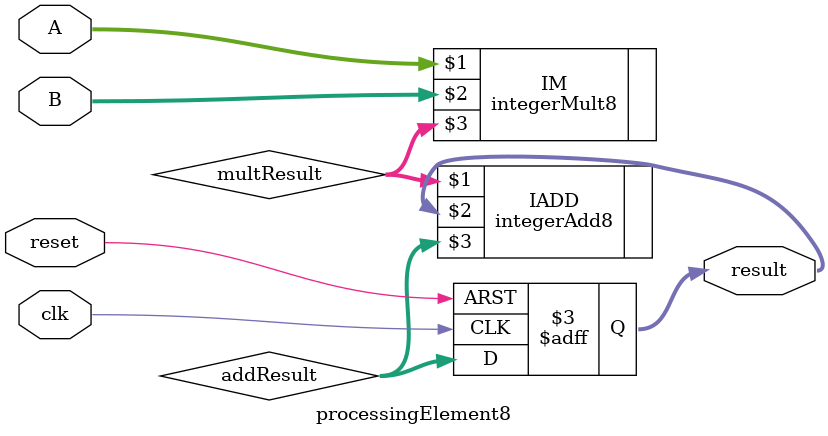
<source format=v>
`timescale 100 ns / 10 ps

module processingElement8(clk,reset,A,B,result);

parameter DATA_WIDTH = 8;

input clk, reset;
input [DATA_WIDTH-1:0] A, B;
output reg [DATA_WIDTH-1:0] result;

wire [DATA_WIDTH-1:0] multResult;
wire [DATA_WIDTH-1:0] addResult;

integerMult8 IM (A,B,multResult);
integerAdd8 IADD (multResult,result,addResult);

always @ (posedge clk or posedge reset) begin
	if (reset == 1'b1) begin
		result = 0;
	end else begin
		result = addResult;
	end
end

endmodule

</source>
